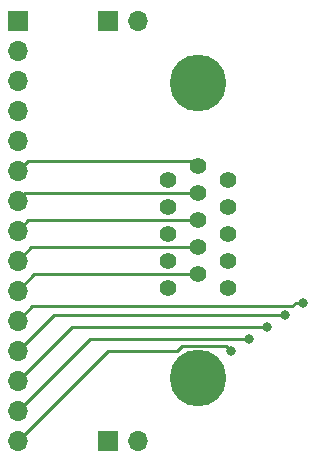
<source format=gbl>
G04 #@! TF.GenerationSoftware,KiCad,Pcbnew,(5.1.6-0-10_14)*
G04 #@! TF.CreationDate,2021-04-25T22:01:39+02:00*
G04 #@! TF.ProjectId,VGA_breakout,5647415f-6272-4656-916b-6f75742e6b69,rev?*
G04 #@! TF.SameCoordinates,Original*
G04 #@! TF.FileFunction,Copper,L2,Bot*
G04 #@! TF.FilePolarity,Positive*
%FSLAX46Y46*%
G04 Gerber Fmt 4.6, Leading zero omitted, Abs format (unit mm)*
G04 Created by KiCad (PCBNEW (5.1.6-0-10_14)) date 2021-04-25 22:01:39*
%MOMM*%
%LPD*%
G01*
G04 APERTURE LIST*
G04 #@! TA.AperFunction,ComponentPad*
%ADD10C,1.400000*%
G04 #@! TD*
G04 #@! TA.AperFunction,ComponentPad*
%ADD11C,4.800000*%
G04 #@! TD*
G04 #@! TA.AperFunction,ComponentPad*
%ADD12O,1.700000X1.700000*%
G04 #@! TD*
G04 #@! TA.AperFunction,ComponentPad*
%ADD13R,1.700000X1.700000*%
G04 #@! TD*
G04 #@! TA.AperFunction,ViaPad*
%ADD14C,0.800000*%
G04 #@! TD*
G04 #@! TA.AperFunction,Conductor*
%ADD15C,0.250000*%
G04 #@! TD*
G04 APERTURE END LIST*
D10*
X140970000Y-84582000D03*
X140970000Y-86862000D03*
X140970000Y-89142000D03*
X140970000Y-91422000D03*
X140970000Y-93702000D03*
X143510000Y-83442000D03*
X143510000Y-85722000D03*
X143510000Y-88002000D03*
X143510000Y-90282000D03*
X143510000Y-92562000D03*
X146050000Y-84582000D03*
X146050000Y-86862000D03*
X146050000Y-89142000D03*
X146050000Y-91422000D03*
X146050000Y-93702000D03*
D11*
X143510000Y-76392000D03*
X143510000Y-101382000D03*
D12*
X138430000Y-71120000D03*
D13*
X135890000Y-71120000D03*
D12*
X138430000Y-106680000D03*
D13*
X135890000Y-106680000D03*
D12*
X128270000Y-106680000D03*
X128270000Y-104140000D03*
X128270000Y-101600000D03*
X128270000Y-99060000D03*
X128270000Y-96520000D03*
X128270000Y-93980000D03*
X128270000Y-91440000D03*
X128270000Y-88900000D03*
X128270000Y-86360000D03*
X128270000Y-83820000D03*
X128270000Y-81280000D03*
X128270000Y-78740000D03*
X128270000Y-76200000D03*
X128270000Y-73660000D03*
D13*
X128270000Y-71120000D03*
D14*
X146304000Y-99060000D03*
X147828000Y-98044000D03*
X149352000Y-97028000D03*
X150876000Y-96012000D03*
X152400000Y-94996000D03*
D15*
X135890000Y-99060000D02*
X128270000Y-106680000D01*
X145900999Y-98656999D02*
X145904001Y-98660001D01*
X142201999Y-98656999D02*
X145900999Y-98656999D01*
X141798998Y-99060000D02*
X142201999Y-98656999D01*
X145904001Y-98660001D02*
X146304000Y-99060000D01*
X135890000Y-99060000D02*
X141798998Y-99060000D01*
X134366000Y-98044000D02*
X128270000Y-104140000D01*
X147828000Y-98044000D02*
X134366000Y-98044000D01*
X132842000Y-97028000D02*
X128270000Y-101600000D01*
X149352000Y-97028000D02*
X132842000Y-97028000D01*
X131318000Y-96012000D02*
X128270000Y-99060000D01*
X150876000Y-96012000D02*
X131318000Y-96012000D01*
X151834315Y-94996000D02*
X152400000Y-94996000D01*
X151543316Y-95286999D02*
X151834315Y-94996000D01*
X129503001Y-95286999D02*
X151543316Y-95286999D01*
X128270000Y-96520000D02*
X129503001Y-95286999D01*
X129688000Y-92562000D02*
X143510000Y-92562000D01*
X128270000Y-93980000D02*
X129688000Y-92562000D01*
X129428000Y-90282000D02*
X143510000Y-90282000D01*
X128270000Y-91440000D02*
X129428000Y-90282000D01*
X129168000Y-88002000D02*
X143510000Y-88002000D01*
X128270000Y-88900000D02*
X129168000Y-88002000D01*
X130105081Y-85727000D02*
X143596630Y-85727000D01*
X128270000Y-86360000D02*
X128903000Y-85727000D01*
X128903000Y-85727000D02*
X130105081Y-85727000D01*
X143038001Y-82970001D02*
X143510000Y-83442000D01*
X129119999Y-82970001D02*
X143038001Y-82970001D01*
X128270000Y-83820000D02*
X129119999Y-82970001D01*
M02*

</source>
